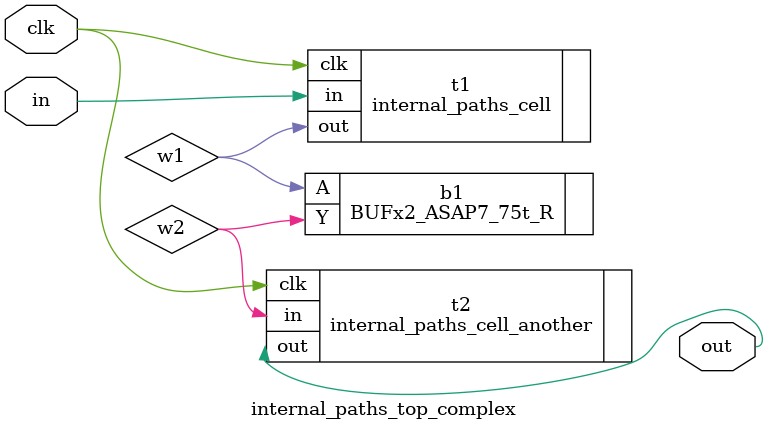
<source format=v>
module internal_paths_top_complex (input in, input clk, output out);

  wire w1, w2;

  internal_paths_cell t1 (.in(in), .clk(clk), .out(w1));

  BUFx2_ASAP7_75t_R b1 (.A(w1), .Y(w2));

  internal_paths_cell_another t2 (.in(w2), .clk(clk), .out(out));
  
endmodule
</source>
